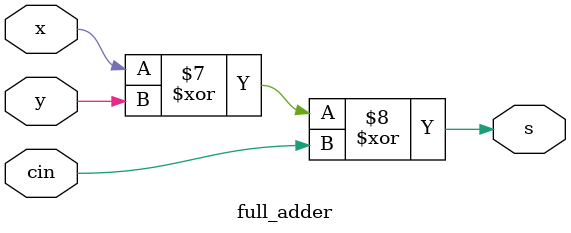
<source format=sv>
module carry_lookahead_adder
(
    input   logic[15:0]     A,
    input   logic[15:0]     B,
    output  logic[15:0]     Sum,
    output  logic           CO
);

    /* Code for Carry Lookahead Adder */
      logic [4:0] C;
      logic [3:0] G, P;

      always_comb begin
        C[0] = 1'b0;
        for(int i = 1 ; i<5; i=i+1) begin
          C[i] = G[i-1] | (P[i-1] & C[i-1]);  // Based on the equation given in lab manual 4.4
        end
        CO = C[4];
      end

      four_bit_ra FRA0(.x(A[3:0]), .y(B[3:0]), .cin(0), .s(Sum[3:0]), .g_4(G[0]), .p_4(P[0]));
      four_bit_ra FRA1(.x(A[7:4]), .y(B[7:4]), .cin(C[1]), .s(Sum[7:4]), .g_4(G[1]), .p_4(P[1]));
      four_bit_ra FRA2(.x(A[11:8]), .y(B[11:8]), .cin(C[2]), .s(Sum[11:8]), .g_4(G[2]), .p_4(P[2]));
      four_bit_ra FRA3(.x(A[15:12]), .y(B[15:12]), .cin(C[3]), .s(Sum[15:12]), .g_4(G[3]), .p_4(P[3]));


endmodule


module four_bit_ra(
                       input [3:0] x,
                       input [3:0] y,
                       input cin,
                       output logic [3:0] s,
                       output logic g_4,
							         output logic p_4
                       );

  logic [3:0] C;
  logic [3:0] G, P;

  always_comb begin
    for(int i = 0 ; i<4; i=i+1) begin
      G[i] = x[i] & y[i];
      P[i] = x[i] ^ y[i];
    end
    C[0] = cin;
    for(int i = 1 ; i<4; i=i+1) begin
      C[i] = G[i-1] | (P[i-1] & C[i-1]);  // Based on the equation given in lab manual 4.4
    end
  end

         full_adder fa0(.x(x[0]), .y(y[0]), .cin(C[0]), .s(s[0]));
         full_adder fa1(.x(x[1]), .y(y[1]), .cin(C[1]), .s(s[1]));
         full_adder fa2(.x(x[2]), .y(y[2]), .cin(C[2]), .s(s[2]));
         full_adder fa3(.x(x[3]), .y(y[3]), .cin(C[3]), .s(s[3]));
    always_comb begin
      g_4 = G[3];
      p_4 = P[3];
    end
endmodule

module full_adder(
                      input x,
                      input y,
                      input cin,
                      output logic s);
   assign s = x ^ y ^ cin;
endmodule

</source>
